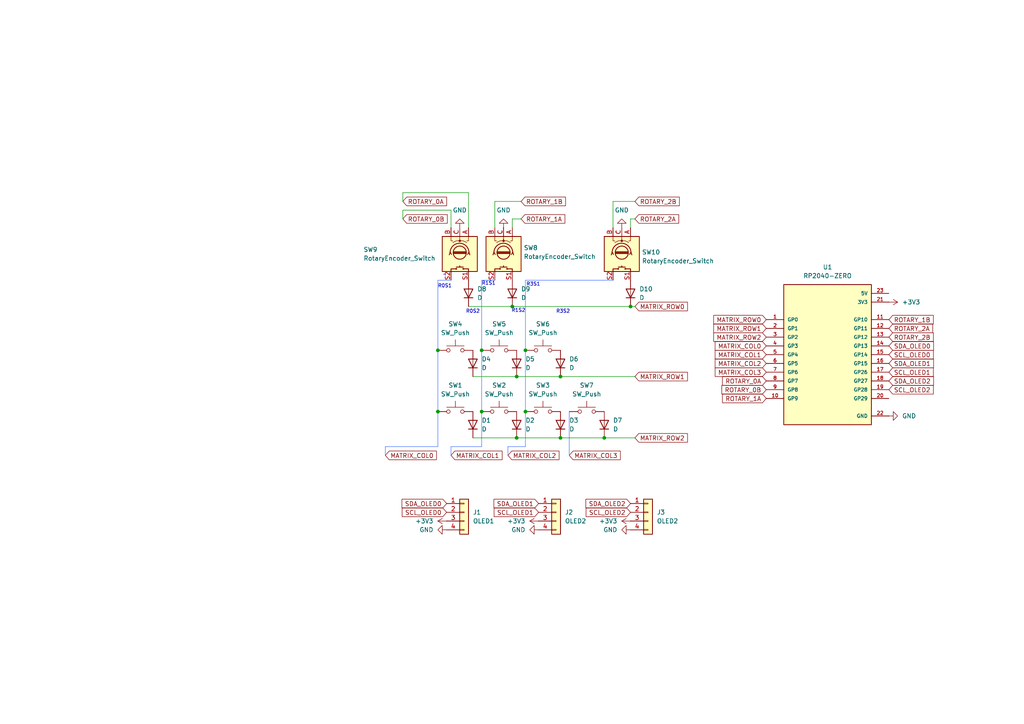
<source format=kicad_sch>
(kicad_sch (version 20250114) (generator "eeschema") (generator_version "9.0")
  (paper "A4")
  (lib_symbols
    (symbol "Connector_Generic:Conn_01x04" (pin_names (offset 1.016) (hide yes))
      (property "Reference" "J" (at 0 5.08 0))
      (property "Value" "Conn_01x04" (at 0 -7.62 0))
      (symbol "Conn_01x04_1_1"
        (rectangle (start -1.27 3.81) (end 1.27 -6.35) (stroke (width 0.254)) (fill (type background)))
        (rectangle (start -1.27 2.667) (end 0 2.413) (stroke (width 0.1524)))
        (rectangle (start -1.27 0.127) (end 0 -0.127) (stroke (width 0.1524)))
        (rectangle (start -1.27 -2.413) (end 0 -2.667) (stroke (width 0.1524)))
        (rectangle (start -1.27 -4.953) (end 0 -5.207) (stroke (width 0.1524)))
        (pin passive line (at -5.08 2.54 0) (length 3.81) (name "Pin_1") (number "1"))
        (pin passive line (at -5.08 0 0) (length 3.81) (name "Pin_2") (number "2"))
        (pin passive line (at -5.08 -2.54 0) (length 3.81) (name "Pin_3") (number "3"))
        (pin passive line (at -5.08 -5.08 0) (length 3.81) (name "Pin_4") (number "4"))
      )
    )
    (symbol "Device:D" (pin_numbers (hide yes)) (pin_names (offset 1.016) (hide yes))
      (property "Reference" "D" (at 0 2.54 0))
      (property "Value" "D" (at 0 -2.54 0))
      (symbol "D_0_1"
        (polyline (pts (xy -1.27 1.27) (xy -1.27 -1.27)) (stroke (width 0.254)))
        (polyline (pts (xy 1.27 1.27) (xy 1.27 -1.27) (xy -1.27 0) (xy 1.27 1.27)) (stroke (width 0.254)))
        (polyline (pts (xy 1.27 0) (xy -1.27 0)))
      )
      (symbol "D_1_1"
        (pin passive line (at -3.81 0 0) (length 2.54) (name "K") (number "1"))
        (pin passive line (at 3.81 0 180) (length 2.54) (name "A") (number "2"))
      )
    )
    (symbol "Device:RotaryEncoder_Switch" (pin_names (offset 0.254) (hide yes))
      (property "Reference" "SW" (at 0 6.604 0))
      (property "Value" "RotaryEncoder_Switch" (at 0 -6.604 0))
      (symbol "RotaryEncoder_Switch_0_1"
        (rectangle (start -5.08 5.08) (end 5.08 -5.08) (stroke (width 0.254)) (fill (type background)))
        (polyline (pts (xy -5.08 2.54) (xy -3.81 2.54) (xy -3.81 2.032)))
        (polyline (pts (xy -5.08 0) (xy -3.81 0) (xy -3.81 -1.016) (xy -3.302 -2.032)))
        (polyline (pts (xy -5.08 -2.54) (xy -3.81 -2.54) (xy -3.81 -2.032)))
        (polyline (pts (xy -4.318 0) (xy -3.81 0) (xy -3.81 1.016) (xy -3.302 2.032)))
        (circle (center -3.81 0) (radius 0.254) (fill (type outline)))
        (polyline (pts (xy -0.635 -1.778) (xy -0.635 1.778)) (stroke (width 0.254)))
        (circle (center -0.381 0) (radius 1.905) (stroke (width 0.254)))
        (polyline (pts (xy -0.381 -1.778) (xy -0.381 1.778)) (stroke (width 0.254)))
        (arc (start -0.381 -2.794) (mid -3.0988 -0.0635) (end -0.381 2.667) (stroke (width 0.254)))
        (polyline (pts (xy -0.127 1.778) (xy -0.127 -1.778)) (stroke (width 0.254)))
        (polyline (pts (xy 0.254 2.921) (xy -0.508 2.667) (xy 0.127 2.286)) (stroke (width 0.254)))
        (polyline (pts (xy 0.254 -3.048) (xy -0.508 -2.794) (xy 0.127 -2.413)) (stroke (width 0.254)))
        (polyline (pts (xy 3.81 1.016) (xy 3.81 -1.016)) (stroke (width 0.254)))
        (polyline (pts (xy 3.81 0) (xy 3.429 0)) (stroke (width 0.254)))
        (circle (center 4.318 1.016) (radius 0.127) (stroke (width 0.254)))
        (circle (center 4.318 -1.016) (radius 0.127) (stroke (width 0.254)))
        (polyline (pts (xy 5.08 2.54) (xy 4.318 2.54) (xy 4.318 1.016)) (stroke (width 0.254)))
        (polyline (pts (xy 5.08 -2.54) (xy 4.318 -2.54) (xy 4.318 -1.016)) (stroke (width 0.254)))
      )
      (symbol "RotaryEncoder_Switch_1_1"
        (pin passive line (at -7.62 2.54 0) (length 2.54) (name "A") (number "A"))
        (pin passive line (at -7.62 0 0) (length 2.54) (name "C") (number "C"))
        (pin passive line (at -7.62 -2.54 0) (length 2.54) (name "B") (number "B"))
        (pin passive line (at 7.62 2.54 180) (length 2.54) (name "S1") (number "S1"))
        (pin passive line (at 7.62 -2.54 180) (length 2.54) (name "S2") (number "S2"))
      )
    )
    (symbol "RP2040-ZERO:RP2040-ZERO" (pin_names (offset 1.016))
      (property "Reference" "U" (at -12.7 21.082 0))
      (property "Value" "RP2040-ZERO" (at -12.7 -22.86 0))
      (symbol "RP2040-ZERO_0_0"
        (rectangle (start -12.7 -20.32) (end 12.7 20.32) (stroke (width 0.254)) (fill (type background)))
        (pin bidirectional line (at -17.78 10.16 0) (length 5.08) (name "GP0") (number "1"))
        (pin bidirectional line (at -17.78 7.62 0) (length 5.08) (name "GP1") (number "2"))
        (pin bidirectional line (at -17.78 5.08 0) (length 5.08) (name "GP2") (number "3"))
        (pin bidirectional line (at -17.78 2.54 0) (length 5.08) (name "GP3") (number "4"))
        (pin bidirectional line (at -17.78 0 0) (length 5.08) (name "GP4") (number "5"))
        (pin bidirectional line (at -17.78 -2.54 0) (length 5.08) (name "GP5") (number "6"))
        (pin bidirectional line (at -17.78 -5.08 0) (length 5.08) (name "GP6") (number "7"))
        (pin bidirectional line (at -17.78 -7.62 0) (length 5.08) (name "GP7") (number "8"))
        (pin bidirectional line (at -17.78 -10.16 0) (length 5.08) (name "GP8") (number "9"))
        (pin bidirectional line (at -17.78 -12.7 0) (length 5.08) (name "GP9") (number "10"))
        (pin power_in line (at 17.78 17.78 180) (length 5.08) (name "5V") (number "23"))
        (pin power_in line (at 17.78 15.24 180) (length 5.08) (name "3V3") (number "21"))
        (pin bidirectional line (at 17.78 10.16 180) (length 5.08) (name "GP10") (number "11"))
        (pin bidirectional line (at 17.78 7.62 180) (length 5.08) (name "GP11") (number "12"))
        (pin bidirectional line (at 17.78 5.08 180) (length 5.08) (name "GP12") (number "13"))
        (pin bidirectional line (at 17.78 2.54 180) (length 5.08) (name "GP13") (number "14"))
        (pin bidirectional line (at 17.78 0 180) (length 5.08) (name "GP14") (number "15"))
        (pin bidirectional line (at 17.78 -2.54 180) (length 5.08) (name "GP15") (number "16"))
        (pin bidirectional line (at 17.78 -5.08 180) (length 5.08) (name "GP26") (number "17"))
        (pin bidirectional line (at 17.78 -7.62 180) (length 5.08) (name "GP27") (number "18"))
        (pin bidirectional line (at 17.78 -10.16 180) (length 5.08) (name "GP28") (number "19"))
        (pin bidirectional line (at 17.78 -12.7 180) (length 5.08) (name "GP29") (number "20"))
        (pin power_in line (at 17.78 -17.78 180) (length 5.08) (name "GND") (number "22"))
      )
    )
    (symbol "Switch:SW_Push" (pin_numbers (hide yes)) (pin_names (offset 1.016) (hide yes))
      (property "Reference" "SW" (at 1.27 2.54 0))
      (property "Value" "SW_Push" (at 0 -1.524 0))
      (symbol "SW_Push_0_1"
        (circle (center -2.032 0) (radius 0.508))
        (polyline (pts (xy 0 1.27) (xy 0 3.048)))
        (circle (center 2.032 0) (radius 0.508))
        (polyline (pts (xy 2.54 1.27) (xy -2.54 1.27)))
        (pin passive line (at -5.08 0 0) (length 2.54) (name "1") (number "1"))
        (pin passive line (at 5.08 0 180) (length 2.54) (name "2") (number "2"))
      )
    )
    (symbol "power:+3V3" (power) (pin_numbers (hide yes)) (pin_names (offset 0) (hide yes))
      (property "Value" "+3V3" (at 0 3.556 0))
      (symbol "+3V3_0_1"
        (polyline (pts (xy -0.762 1.27) (xy 0 2.54)))
        (polyline (pts (xy 0 2.54) (xy 0.762 1.27)))
        (polyline (pts (xy 0 0) (xy 0 2.54)))
      )
      (symbol "+3V3_1_1"
        (pin power_in line (at 0 0 90) (length 0) (name "~") (number "1"))
      )
    )
    (symbol "power:GND" (power) (pin_numbers (hide yes)) (pin_names (offset 0) (hide yes))
      (property "Value" "GND" (at 0 -3.81 0))
      (symbol "GND_0_1"
        (polyline (pts (xy 0 0) (xy 0 -1.27) (xy 1.27 -1.27) (xy 0 -2.54) (xy -1.27 -1.27) (xy 0 -1.27)))
      )
      (symbol "GND_1_1"
        (pin power_in line (at 0 0 270) (length 0) (name "~") (number "1"))
      )
    )
  )
  (text "R1S2" (at 150.368 90.17 0) (effects (font (size 1.016 1.016))))
  (text "R0S2" (at 137.16 90.424 0) (effects (font (size 1.016 1.016))))
  (text "R3S1" (at 154.686 82.55 0) (effects (font (size 1.016 1.016))))
  (text "R0S1" (at 129.032 83.058 0) (effects (font (size 1.016 1.016))))
  (text "R1S1" (at 141.732 82.296 0) (effects (font (size 1.016 1.016))))
  (text "R1S1" (at 128.778 79.756 0) (effects (font (size 0.001 0.001))))
  (text "R3S2" (at 163.322 90.424 0) (effects (font (size 1.016 1.016))))
  (junction (at 162.56 109.22))
  (junction (at 139.7 119.38))
  (junction (at 152.4 119.38))
  (junction (at 139.7 101.6))
  (junction (at 175.26 127))
  (junction (at 149.86 127))
  (junction (at 148.59 88.9))
  (junction (at 127 101.6))
  (junction (at 182.88 88.9))
  (junction (at 152.4 101.6))
  (junction (at 162.56 127))
  (junction (at 149.86 109.22))
  (junction (at 127 119.38))
  (wire (pts (xy 137.16 127) (xy 149.86 127)))
  (wire (pts (xy 127 81.28) (xy 130.81 81.28)) (stroke (width 0) (color 72 115 255 1)))
  (wire (pts (xy 111.76 129.54) (xy 111.76 132.08)) (stroke (width 0) (color 72 115 255 1)))
  (wire (pts (xy 130.81 60.96) (xy 130.81 66.04)))
  (wire (pts (xy 152.4 129.54) (xy 152.4 119.38)) (stroke (width 0) (color 72 115 255 1)))
  (wire (pts (xy 152.4 81.28) (xy 152.4 101.6)) (stroke (width 0) (color 72 115 255 1)))
  (wire (pts (xy 135.89 55.88) (xy 135.89 66.04)))
  (wire (pts (xy 139.7 119.38) (xy 139.7 129.54)) (stroke (width 0) (color 72 115 255 1)))
  (wire (pts (xy 148.59 66.04) (xy 148.59 63.5)))
  (wire (pts (xy 137.16 109.22) (xy 149.86 109.22)))
  (wire (pts (xy 162.56 109.22) (xy 184.15 109.22)))
  (wire (pts (xy 162.56 127) (xy 175.26 127)))
  (wire (pts (xy 130.81 60.96) (xy 116.84 60.96)))
  (wire (pts (xy 139.7 129.54) (xy 130.81 129.54)) (stroke (width 0) (color 72 115 255 1)))
  (wire (pts (xy 165.1 119.38) (xy 165.1 132.08)) (stroke (width 0) (color 72 115 255 1)))
  (wire (pts (xy 116.84 58.42) (xy 116.84 55.88)))
  (wire (pts (xy 127 129.54) (xy 127 119.38)) (stroke (width 0) (color 72 115 255 1)))
  (wire (pts (xy 177.8 66.04) (xy 177.8 58.42)))
  (wire (pts (xy 147.32 129.54) (xy 147.32 132.08)) (stroke (width 0) (color 72 115 255 1)))
  (wire (pts (xy 139.7 101.6) (xy 139.7 119.38)) (stroke (width 0) (color 72 115 255 1)))
  (wire (pts (xy 111.76 129.54) (xy 127 129.54)) (stroke (width 0) (color 72 115 255 1)))
  (wire (pts (xy 182.88 63.5) (xy 184.15 63.5)))
  (wire (pts (xy 143.51 66.04) (xy 143.51 58.42)))
  (wire (pts (xy 175.26 127) (xy 184.15 127)))
  (wire (pts (xy 149.86 109.22) (xy 162.56 109.22)))
  (wire (pts (xy 143.51 58.42) (xy 151.13 58.42)))
  (wire (pts (xy 147.32 129.54) (xy 152.4 129.54)) (stroke (width 0) (color 72 115 255 1)))
  (wire (pts (xy 116.84 63.5) (xy 116.84 60.96)))
  (wire (pts (xy 149.86 127) (xy 162.56 127)))
  (wire (pts (xy 130.81 129.54) (xy 130.81 132.08)) (stroke (width 0) (color 72 115 255 1)))
  (wire (pts (xy 127 81.28) (xy 127 101.6)) (stroke (width 0) (color 72 115 255 1)))
  (wire (pts (xy 139.7 81.28) (xy 143.51 81.28)) (stroke (width 0) (color 72 115 255 1)))
  (wire (pts (xy 152.4 81.28) (xy 177.8 81.28)) (stroke (width 0) (color 72 115 255 1)))
  (wire (pts (xy 152.4 101.6) (xy 152.4 119.38)) (stroke (width 0) (color 72 115 255 1)))
  (wire (pts (xy 116.84 55.88) (xy 135.89 55.88)))
  (wire (pts (xy 177.8 58.42) (xy 184.15 58.42)))
  (wire (pts (xy 127 101.6) (xy 127 119.38)) (stroke (width 0) (color 72 115 255 1)))
  (wire (pts (xy 182.88 66.04) (xy 182.88 63.5)))
  (wire (pts (xy 182.88 88.9) (xy 184.15 88.9)))
  (wire (pts (xy 135.89 88.9) (xy 148.59 88.9)))
  (wire (pts (xy 148.59 63.5) (xy 151.13 63.5)))
  (wire (pts (xy 148.59 88.9) (xy 182.88 88.9)))
  (wire (pts (xy 139.7 81.28) (xy 139.7 101.6)) (stroke (width 0) (color 72 115 255 1)))
  (global_label "MATRIX_ROW1" (shape input) (at 222.25 95.25 180) (property "Intersheetrefs" "${INTERSHEET_REFS}" (effects (hide yes))))
  (global_label "ROTARY_1B" (shape input) (at 151.13 58.42 0) (property "Intersheetrefs" "${INTERSHEET_REFS}" (effects (hide yes))))
  (global_label "SDA_OLED0" (shape input) (at 129.54 146.05 180) (property "Intersheetrefs" "${INTERSHEET_REFS}" (effects (hide yes))))
  (global_label "ROTARY_1A" (shape input) (at 151.13 63.5 0) (property "Intersheetrefs" "${INTERSHEET_REFS}" (effects (hide yes))))
  (global_label "SCL_OLED1" (shape input) (at 156.21 148.59 180) (property "Intersheetrefs" "${INTERSHEET_REFS}" (effects (hide yes))))
  (global_label "MATRIX_ROW2" (shape input) (at 184.15 127 0) (property "Intersheetrefs" "${INTERSHEET_REFS}" (effects (hide yes))))
  (global_label "SCL_OLED2" (shape input) (at 182.88 148.59 180) (property "Intersheetrefs" "${INTERSHEET_REFS}" (effects (hide yes))))
  (global_label "ROTARY_0B" (shape input) (at 116.84 63.5 0) (property "Intersheetrefs" "${INTERSHEET_REFS}" (effects (hide yes))))
  (global_label "SDA_OLED2" (shape input) (at 182.88 146.05 180) (property "Intersheetrefs" "${INTERSHEET_REFS}" (effects (hide yes))))
  (global_label "SDA_OLED0" (shape input) (at 257.81 100.33 0) (property "Intersheetrefs" "${INTERSHEET_REFS}" (effects (hide yes))))
  (global_label "MATRIX_COL1" (shape input) (at 222.25 102.87 180) (property "Intersheetrefs" "${INTERSHEET_REFS}" (effects (hide yes))))
  (global_label "ROTARY_2B" (shape input) (at 184.15 58.42 0) (property "Intersheetrefs" "${INTERSHEET_REFS}" (effects (hide yes))))
  (global_label "MATRIX_ROW0" (shape input) (at 222.25 92.71 180) (property "Intersheetrefs" "${INTERSHEET_REFS}" (effects (hide yes))))
  (global_label "MATRIX_COL3" (shape input) (at 165.1 132.08 0) (property "Intersheetrefs" "${INTERSHEET_REFS}" (effects (hide yes))))
  (global_label "SDA_OLED1" (shape input) (at 156.21 146.05 180) (property "Intersheetrefs" "${INTERSHEET_REFS}" (effects (hide yes))))
  (global_label "MATRIX_COL2" (shape input) (at 147.32 132.08 0) (property "Intersheetrefs" "${INTERSHEET_REFS}" (effects (hide yes))))
  (global_label "ROTARY_0A" (shape input) (at 222.25 110.49 180) (property "Intersheetrefs" "${INTERSHEET_REFS}" (effects (hide yes))))
  (global_label "SCL_OLED0" (shape input) (at 257.81 102.87 0) (property "Intersheetrefs" "${INTERSHEET_REFS}" (effects (hide yes))))
  (global_label "ROTARY_2B" (shape input) (at 257.81 97.79 0) (property "Intersheetrefs" "${INTERSHEET_REFS}" (effects (hide yes))))
  (global_label "MATRIX_COL0" (shape input) (at 111.76 132.08 0) (property "Intersheetrefs" "${INTERSHEET_REFS}" (effects (hide yes))))
  (global_label "SDA_OLED1" (shape input) (at 257.81 105.41 0) (property "Intersheetrefs" "${INTERSHEET_REFS}" (effects (hide yes))))
  (global_label "MATRIX_COL3" (shape input) (at 222.25 107.95 180) (property "Intersheetrefs" "${INTERSHEET_REFS}" (effects (hide yes))))
  (global_label "MATRIX_ROW2" (shape input) (at 222.25 97.79 180) (property "Intersheetrefs" "${INTERSHEET_REFS}" (effects (hide yes))))
  (global_label "ROTARY_2A" (shape input) (at 184.15 63.5 0) (property "Intersheetrefs" "${INTERSHEET_REFS}" (effects (hide yes))))
  (global_label "MATRIX_ROW1" (shape input) (at 184.15 109.22 0) (property "Intersheetrefs" "${INTERSHEET_REFS}" (effects (hide yes))))
  (global_label "SCL_OLED2" (shape input) (at 257.81 113.03 0) (property "Intersheetrefs" "${INTERSHEET_REFS}" (effects (hide yes))))
  (global_label "MATRIX_COL0" (shape input) (at 222.25 100.33 180) (property "Intersheetrefs" "${INTERSHEET_REFS}" (effects (hide yes))))
  (global_label "MATRIX_ROW0" (shape input) (at 184.15 88.9 0) (property "Intersheetrefs" "${INTERSHEET_REFS}" (effects (hide yes))))
  (global_label "ROTARY_2A" (shape input) (at 257.81 95.25 0) (property "Intersheetrefs" "${INTERSHEET_REFS}" (effects (hide yes))))
  (global_label "ROTARY_0A" (shape input) (at 116.84 58.42 0) (property "Intersheetrefs" "${INTERSHEET_REFS}" (effects (hide yes))))
  (global_label "SCL_OLED1" (shape input) (at 257.81 107.95 0) (property "Intersheetrefs" "${INTERSHEET_REFS}" (effects (hide yes))))
  (global_label "ROTARY_1B" (shape input) (at 257.81 92.71 0) (property "Intersheetrefs" "${INTERSHEET_REFS}" (effects (hide yes))))
  (global_label "MATRIX_COL1" (shape input) (at 130.81 132.08 0) (property "Intersheetrefs" "${INTERSHEET_REFS}" (effects (hide yes))))
  (global_label "MATRIX_COL2" (shape input) (at 222.25 105.41 180) (property "Intersheetrefs" "${INTERSHEET_REFS}" (effects (hide yes))))
  (global_label "ROTARY_1A" (shape input) (at 222.25 115.57 180) (property "Intersheetrefs" "${INTERSHEET_REFS}" (effects (hide yes))))
  (global_label "SCL_OLED0" (shape input) (at 129.54 148.59 180) (property "Intersheetrefs" "${INTERSHEET_REFS}" (effects (hide yes))))
  (global_label "ROTARY_0B" (shape input) (at 222.25 113.03 180) (property "Intersheetrefs" "${INTERSHEET_REFS}" (effects (hide yes))))
  (global_label "SDA_OLED2" (shape input) (at 257.81 110.49 0) (property "Intersheetrefs" "${INTERSHEET_REFS}" (effects (hide yes))))
  (symbol (lib_id "Device:D") (at 175.26 123.19 90) (unit 1)
    (property "Reference" "D7" (at 177.8 121.9199 90) (effects (justify right)))
    (property "Value" "D" (at 177.8 124.4599 90) (effects (justify right)))
    (property "Description" "Diode" (effects (hide yes)))
    (property "Sim.Device" "D" (effects (hide yes)))
    (property "Sim.Pins" "1=K 2=A" (effects (hide yes)))
  )
  (symbol (lib_id "Device:RotaryEncoder_Switch") (at 146.05 73.66 270) (unit 1)
    (property "Reference" "SW8" (at 151.892 71.882 90) (effects (justify left)))
    (property "Value" "RotaryEncoder_Switch" (at 151.892 74.422 90) (effects (justify left)))
    (property "Description" "Rotary encoder, dual channel, incremental quadrate outputs, with switch" (effects (hide yes)))
  )
  (symbol (lib_id "power:+3V3") (at 182.88 151.13 90) (unit 1)
    (property "Reference" "#PWR07" (effects (hide yes)))
    (property "Value" "+3V3" (at 179.07 151.1299 90) (effects (justify left)))
    (property "Description" "Power symbol creates a global label with name \"+3V3\"" (effects (hide yes)))
  )
  (symbol (lib_id "Connector_Generic:Conn_01x04") (at 187.96 148.59 0) (unit 1)
    (property "Reference" "J3" (at 190.5 148.5899 0) (effects (justify left)))
    (property "Value" "OLED2" (at 190.5 151.1299 0) (effects (justify left)))
    (property "Description" "Generic connector, single row, 01x04, script generated (kicad-library-utils/schlib/autogen/connector/)" (effects (hide yes)))
  )
  (symbol (lib_id "Device:D") (at 162.56 105.41 90) (unit 1)
    (property "Reference" "D6" (at 165.1 104.1399 90) (effects (justify right)))
    (property "Value" "D" (at 165.1 106.6799 90) (effects (justify right)))
    (property "Description" "Diode" (effects (hide yes)))
    (property "Sim.Device" "D" (effects (hide yes)))
    (property "Sim.Pins" "1=K 2=A" (effects (hide yes)))
  )
  (symbol (lib_id "power:GND") (at 180.34 66.04 0) (mirror x) (unit 1)
    (property "Reference" "#PWR02" (effects (hide yes)))
    (property "Value" "GND" (at 180.34 60.96 0))
    (property "Description" "Power symbol creates a global label with name \"GND\" , ground" (effects (hide yes)))
  )
  (symbol (lib_id "Switch:SW_Push") (at 170.18 119.38 0) (unit 1)
    (property "Reference" "SW7" (at 170.18 111.76 0))
    (property "Value" "SW_Push" (at 170.18 114.3 0))
    (property "Description" "Push button switch, generic, two pins" (effects (hide yes)))
  )
  (symbol (lib_id "power:GND") (at 133.35 66.04 0) (mirror x) (unit 1)
    (property "Reference" "#PWR01" (effects (hide yes)))
    (property "Value" "GND" (at 133.35 60.96 0))
    (property "Description" "Power symbol creates a global label with name \"GND\" , ground" (effects (hide yes)))
  )
  (symbol (lib_id "Device:RotaryEncoder_Switch") (at 133.35 73.66 270) (unit 1)
    (property "Reference" "SW9" (at 105.41 72.39 90) (effects (justify left)))
    (property "Value" "RotaryEncoder_Switch" (at 105.41 74.93 90) (effects (justify left)))
    (property "Description" "Rotary encoder, dual channel, incremental quadrate outputs, with switch" (effects (hide yes)))
  )
  (symbol (lib_id "power:GND") (at 129.54 153.67 270) (unit 1)
    (property "Reference" "#PWR04" (effects (hide yes)))
    (property "Value" "GND" (at 125.73 153.6699 90) (effects (justify right)))
    (property "Description" "Power symbol creates a global label with name \"GND\" , ground" (effects (hide yes)))
  )
  (symbol (lib_id "power:+3V3") (at 257.81 87.63 270) (unit 1)
    (property "Reference" "#PWR09" (effects (hide yes)))
    (property "Value" "+3V3" (at 261.62 87.6299 90) (effects (justify left)))
    (property "Description" "Power symbol creates a global label with name \"+3V3\"" (effects (hide yes)))
  )
  (symbol (lib_id "Device:D") (at 148.59 85.09 90) (unit 1)
    (property "Reference" "D9" (at 151.13 83.8199 90) (effects (justify right)))
    (property "Value" "D" (at 151.13 86.3599 90) (effects (justify right)))
    (property "Description" "Diode" (effects (hide yes)))
    (property "Sim.Device" "D" (effects (hide yes)))
    (property "Sim.Pins" "1=K 2=A" (effects (hide yes)))
  )
  (symbol (lib_id "Switch:SW_Push") (at 132.08 101.6 0) (unit 1)
    (property "Reference" "SW4" (at 132.08 93.98 0))
    (property "Value" "SW_Push" (at 132.08 96.52 0))
    (property "Description" "Push button switch, generic, two pins" (effects (hide yes)))
  )
  (symbol (lib_id "power:GND") (at 146.05 66.04 0) (mirror x) (unit 1)
    (property "Reference" "#PWR?" (effects (hide yes)))
    (property "Value" "GND" (at 146.05 60.96 0))
    (property "Description" "Power symbol creates a global label with name \"GND\" , ground" (effects (hide yes)))
  )
  (symbol (lib_id "Switch:SW_Push") (at 144.78 101.6 0) (unit 1)
    (property "Reference" "SW5" (at 144.78 93.98 0))
    (property "Value" "SW_Push" (at 144.78 96.52 0))
    (property "Description" "Push button switch, generic, two pins" (effects (hide yes)))
  )
  (symbol (lib_id "Device:D") (at 137.16 105.41 90) (unit 1)
    (property "Reference" "D4" (at 139.7 104.1399 90) (effects (justify right)))
    (property "Value" "D" (at 139.7 106.6799 90) (effects (justify right)))
    (property "Description" "Diode" (effects (hide yes)))
    (property "Sim.Device" "D" (effects (hide yes)))
    (property "Sim.Pins" "1=K 2=A" (effects (hide yes)))
  )
  (symbol (lib_id "power:GND") (at 156.21 153.67 270) (unit 1)
    (property "Reference" "#PWR06" (effects (hide yes)))
    (property "Value" "GND" (at 152.4 153.6699 90) (effects (justify right)))
    (property "Description" "Power symbol creates a global label with name \"GND\" , ground" (effects (hide yes)))
  )
  (symbol (lib_id "power:+3V3") (at 156.21 151.13 90) (unit 1)
    (property "Reference" "#PWR05" (effects (hide yes)))
    (property "Value" "+3V3" (at 152.4 151.1299 90) (effects (justify left)))
    (property "Description" "Power symbol creates a global label with name \"+3V3\"" (effects (hide yes)))
  )
  (symbol (lib_id "Switch:SW_Push") (at 132.08 119.38 0) (unit 1)
    (property "Reference" "SW1" (at 132.08 111.76 0))
    (property "Value" "SW_Push" (at 132.08 114.3 0))
    (property "Description" "Push button switch, generic, two pins" (effects (hide yes)))
  )
  (symbol (lib_id "power:GND") (at 257.81 120.65 90) (unit 1)
    (property "Reference" "#PWR010" (effects (hide yes)))
    (property "Value" "GND" (at 261.62 120.6499 90) (effects (justify right)))
    (property "Description" "Power symbol creates a global label with name \"GND\" , ground" (effects (hide yes)))
  )
  (symbol (lib_id "power:+3V3") (at 129.54 151.13 90) (unit 1)
    (property "Reference" "#PWR03" (effects (hide yes)))
    (property "Value" "+3V3" (at 125.73 151.1299 90) (effects (justify left)))
    (property "Description" "Power symbol creates a global label with name \"+3V3\"" (effects (hide yes)))
  )
  (symbol (lib_id "Device:D") (at 182.88 85.09 90) (unit 1)
    (property "Reference" "D10" (at 185.42 83.8199 90) (effects (justify right)))
    (property "Value" "D" (at 185.42 86.3599 90) (effects (justify right)))
    (property "Description" "Diode" (effects (hide yes)))
    (property "Sim.Device" "D" (effects (hide yes)))
    (property "Sim.Pins" "1=K 2=A" (effects (hide yes)))
  )
  (symbol (lib_id "Connector_Generic:Conn_01x04") (at 161.29 148.59 0) (unit 1)
    (property "Reference" "J2" (at 163.83 148.5899 0) (effects (justify left)))
    (property "Value" "OLED2" (at 163.83 151.1299 0) (effects (justify left)))
    (property "Description" "Generic connector, single row, 01x04, script generated (kicad-library-utils/schlib/autogen/connector/)" (effects (hide yes)))
  )
  (symbol (lib_id "Switch:SW_Push") (at 157.48 119.38 0) (unit 1)
    (property "Reference" "SW3" (at 157.48 111.76 0))
    (property "Value" "SW_Push" (at 157.48 114.3 0))
    (property "Description" "Push button switch, generic, two pins" (effects (hide yes)))
  )
  (symbol (lib_id "Connector_Generic:Conn_01x04") (at 134.62 148.59 0) (unit 1)
    (property "Reference" "J1" (at 137.16 148.5899 0) (effects (justify left)))
    (property "Value" "OLED1" (at 137.16 151.1299 0) (effects (justify left)))
    (property "Description" "Generic connector, single row, 01x04, script generated (kicad-library-utils/schlib/autogen/connector/)" (effects (hide yes)))
  )
  (symbol (lib_id "Device:D") (at 162.56 123.19 90) (unit 1)
    (property "Reference" "D3" (at 165.1 121.9199 90) (effects (justify right)))
    (property "Value" "D" (at 165.1 124.4599 90) (effects (justify right)))
    (property "Description" "Diode" (effects (hide yes)))
    (property "Sim.Device" "D" (effects (hide yes)))
    (property "Sim.Pins" "1=K 2=A" (effects (hide yes)))
  )
  (symbol (lib_id "Device:D") (at 135.89 85.09 90) (unit 1)
    (property "Reference" "D8" (at 138.43 83.8199 90) (effects (justify right)))
    (property "Value" "D" (at 138.43 86.3599 90) (effects (justify right)))
    (property "Description" "Diode" (effects (hide yes)))
    (property "Sim.Device" "D" (effects (hide yes)))
    (property "Sim.Pins" "1=K 2=A" (effects (hide yes)))
  )
  (symbol (lib_id "power:GND") (at 182.88 153.67 270) (unit 1)
    (property "Reference" "#PWR08" (effects (hide yes)))
    (property "Value" "GND" (at 179.07 153.6699 90) (effects (justify right)))
    (property "Description" "Power symbol creates a global label with name \"GND\" , ground" (effects (hide yes)))
  )
  (symbol (lib_id "Switch:SW_Push") (at 144.78 119.38 0) (unit 1)
    (property "Reference" "SW2" (at 144.78 111.76 0))
    (property "Value" "SW_Push" (at 144.78 114.3 0))
    (property "Description" "Push button switch, generic, two pins" (effects (hide yes)))
  )
  (symbol (lib_id "Device:D") (at 137.16 123.19 90) (unit 1)
    (property "Reference" "D1" (at 139.7 121.9199 90) (effects (justify right)))
    (property "Value" "D" (at 139.7 124.4599 90) (effects (justify right)))
    (property "Description" "Diode" (effects (hide yes)))
    (property "Sim.Device" "D" (effects (hide yes)))
    (property "Sim.Pins" "1=K 2=A" (effects (hide yes)))
  )
  (symbol (lib_id "Device:RotaryEncoder_Switch") (at 180.34 73.66 270) (unit 1)
    (property "Reference" "SW10" (at 186.182 73.152 90) (effects (justify left)))
    (property "Value" "RotaryEncoder_Switch" (at 186.182 75.692 90) (effects (justify left)))
    (property "Description" "Rotary encoder, dual channel, incremental quadrate outputs, with switch" (effects (hide yes)))
  )
  (symbol (lib_id "RP2040-ZERO:RP2040-ZERO") (at 240.03 102.87 0) (unit 1)
    (property "Reference" "U1" (at 240.03 77.47 0))
    (property "Value" "RP2040-ZERO" (at 240.03 80.01 0))
    (property "Footprint" "RP2040-ZERO:MODULE_RP2040-ZERO" (effects (hide yes)))
    (property "MF" "Waveshare Electronics" (effects (hide yes)))
    (property "MAXIMUM_PACKAGE_HEIGHT" "5.35mm" (effects (hide yes)))
    (property "Package" "Package" (effects (hide yes)))
    (property "Price" "None" (effects (hide yes)))
    (property "Check_prices" "https://www.snapeda.com/parts/RP2040-ZERO/Waveshare+Electronics/view-part/?ref=eda" (effects (hide yes)))
    (property "STANDARD" "Manufacturer Recommendations" (effects (hide yes)))
    (property "PARTREV" "NA" (effects (hide yes)))
    (property "SnapEDA_Link" "https://www.snapeda.com/parts/RP2040-ZERO/Waveshare+Electronics/view-part/?ref=snap" (effects (hide yes)))
    (property "MP" "RP2040-ZERO" (effects (hide yes)))
    (property "Description_1" "Low-Cost, High-Performance Pico-Like MCU Board Based On Raspberry Pi Microcontroller RP2040" (effects (hide yes)))
    (property "Availability" "Not in stock" (effects (hide yes)))
    (property "MANUFACTURER" "Waveshare" (effects (hide yes)))
  )
  (symbol (lib_id "Device:D") (at 149.86 123.19 90) (unit 1)
    (property "Reference" "D2" (at 152.4 121.9199 90) (effects (justify right)))
    (property "Value" "D" (at 152.4 124.4599 90) (effects (justify right)))
    (property "Description" "Diode" (effects (hide yes)))
    (property "Sim.Device" "D" (effects (hide yes)))
    (property "Sim.Pins" "1=K 2=A" (effects (hide yes)))
  )
  (symbol (lib_id "Switch:SW_Push") (at 157.48 101.6 0) (unit 1)
    (property "Reference" "SW6" (at 157.48 93.98 0))
    (property "Value" "SW_Push" (at 157.48 96.52 0))
    (property "Description" "Push button switch, generic, two pins" (effects (hide yes)))
  )
  (symbol (lib_id "Device:D") (at 149.86 105.41 90) (unit 1)
    (property "Reference" "D5" (at 152.4 104.1399 90) (effects (justify right)))
    (property "Value" "D" (at 152.4 106.6799 90) (effects (justify right)))
    (property "Description" "Diode" (effects (hide yes)))
    (property "Sim.Device" "D" (effects (hide yes)))
    (property "Sim.Pins" "1=K 2=A" (effects (hide yes)))
  )
)
</source>
